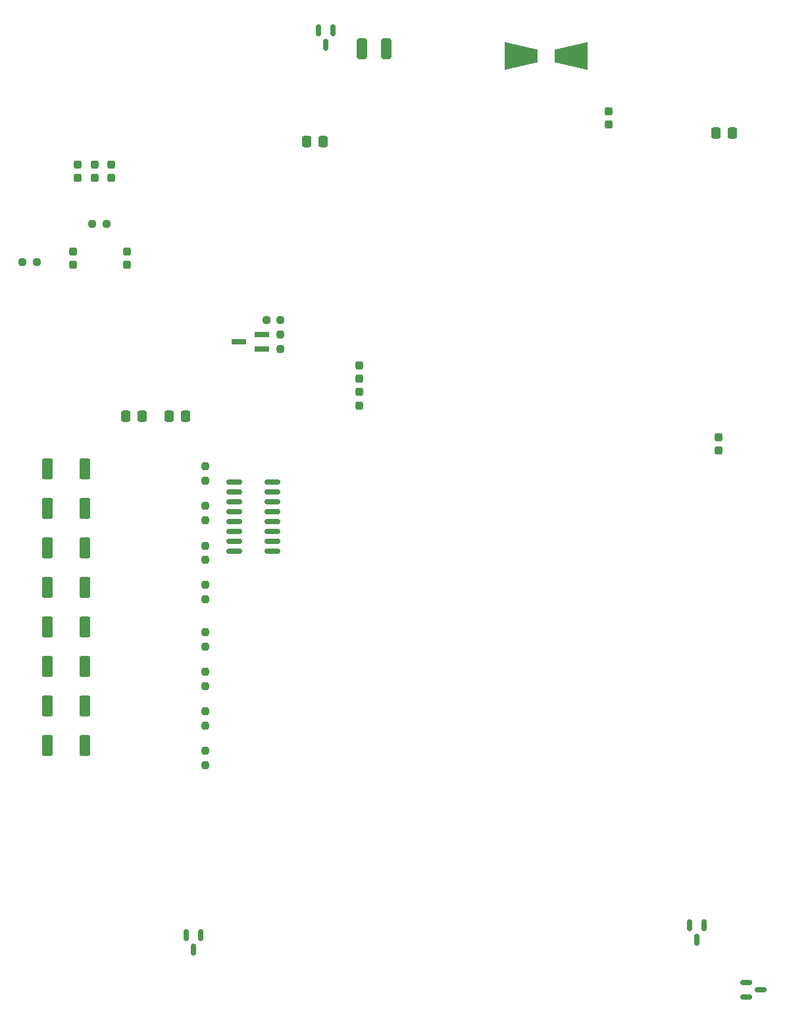
<source format=gbr>
%TF.GenerationSoftware,KiCad,Pcbnew,8.0.1*%
%TF.CreationDate,2024-04-11T20:56:08+03:00*%
%TF.ProjectId,stm32,73746d33-322e-46b6-9963-61645f706362,rev?*%
%TF.SameCoordinates,Original*%
%TF.FileFunction,Paste,Bot*%
%TF.FilePolarity,Positive*%
%FSLAX46Y46*%
G04 Gerber Fmt 4.6, Leading zero omitted, Abs format (unit mm)*
G04 Created by KiCad (PCBNEW 8.0.1) date 2024-04-11 20:56:08*
%MOMM*%
%LPD*%
G01*
G04 APERTURE LIST*
G04 Aperture macros list*
%AMRoundRect*
0 Rectangle with rounded corners*
0 $1 Rounding radius*
0 $2 $3 $4 $5 $6 $7 $8 $9 X,Y pos of 4 corners*
0 Add a 4 corners polygon primitive as box body*
4,1,4,$2,$3,$4,$5,$6,$7,$8,$9,$2,$3,0*
0 Add four circle primitives for the rounded corners*
1,1,$1+$1,$2,$3*
1,1,$1+$1,$4,$5*
1,1,$1+$1,$6,$7*
1,1,$1+$1,$8,$9*
0 Add four rect primitives between the rounded corners*
20,1,$1+$1,$2,$3,$4,$5,0*
20,1,$1+$1,$4,$5,$6,$7,0*
20,1,$1+$1,$6,$7,$8,$9,0*
20,1,$1+$1,$8,$9,$2,$3,0*%
%AMOutline4P*
0 Free polygon, 4 corners , with rotation*
0 The origin of the aperture is its center*
0 number of corners: always 4*
0 $1 to $8 corner X, Y*
0 $9 Rotation angle, in degrees counterclockwise*
0 create outline with 4 corners*
4,1,4,$1,$2,$3,$4,$5,$6,$7,$8,$1,$2,$9*%
G04 Aperture macros list end*
%ADD10RoundRect,0.237500X-0.237500X0.300000X-0.237500X-0.300000X0.237500X-0.300000X0.237500X0.300000X0*%
%ADD11RoundRect,0.237500X-0.237500X0.250000X-0.237500X-0.250000X0.237500X-0.250000X0.237500X0.250000X0*%
%ADD12RoundRect,0.237500X-0.250000X-0.237500X0.250000X-0.237500X0.250000X0.237500X-0.250000X0.237500X0*%
%ADD13RoundRect,0.250000X-0.400000X-1.075000X0.400000X-1.075000X0.400000X1.075000X-0.400000X1.075000X0*%
%ADD14RoundRect,0.237500X0.237500X-0.300000X0.237500X0.300000X-0.237500X0.300000X-0.237500X-0.300000X0*%
%ADD15RoundRect,0.250000X-0.337500X-0.475000X0.337500X-0.475000X0.337500X0.475000X-0.337500X0.475000X0*%
%ADD16RoundRect,0.249999X0.450001X1.075001X-0.450001X1.075001X-0.450001X-1.075001X0.450001X-1.075001X0*%
%ADD17RoundRect,0.150000X-0.150000X0.587500X-0.150000X-0.587500X0.150000X-0.587500X0.150000X0.587500X0*%
%ADD18R,1.900000X0.800000*%
%ADD19Outline4P,-2.150000X-1.800000X2.150000X-0.800000X2.150000X0.800000X-2.150000X1.800000X180.000000*%
%ADD20Outline4P,-2.150000X-1.800000X2.150000X-0.800000X2.150000X0.800000X-2.150000X1.800000X0.000000*%
%ADD21RoundRect,0.150000X-0.825000X-0.150000X0.825000X-0.150000X0.825000X0.150000X-0.825000X0.150000X0*%
%ADD22RoundRect,0.150000X-0.587500X-0.150000X0.587500X-0.150000X0.587500X0.150000X-0.587500X0.150000X0*%
%ADD23RoundRect,0.250000X0.337500X0.475000X-0.337500X0.475000X-0.337500X-0.475000X0.337500X-0.475000X0*%
G04 APERTURE END LIST*
D10*
%TO.C,C11*%
X93953500Y-39523500D03*
X93953500Y-41248500D03*
%TD*%
D11*
%TO.C,R6*%
X42037000Y-95378400D03*
X42037000Y-97203400D03*
%TD*%
D12*
%TO.C,R54*%
X18518500Y-58951500D03*
X20343500Y-58951500D03*
%TD*%
D13*
%TO.C,R23*%
X62204600Y-31521400D03*
X65304600Y-31521400D03*
%TD*%
D14*
%TO.C,C35*%
X25654000Y-48080000D03*
X25654000Y-46355000D03*
%TD*%
D15*
%TO.C,C20*%
X31834000Y-78740000D03*
X33909000Y-78740000D03*
%TD*%
D11*
%TO.C,R5*%
X42037000Y-90250000D03*
X42037000Y-92075000D03*
%TD*%
D16*
%TO.C,R13*%
X26543000Y-85503000D03*
X21743000Y-85503000D03*
%TD*%
D11*
%TO.C,R4*%
X42037000Y-85170000D03*
X42037000Y-86995000D03*
%TD*%
D16*
%TO.C,R18*%
X26543000Y-110871000D03*
X21743000Y-110871000D03*
%TD*%
D14*
%TO.C,C30*%
X29972000Y-48080000D03*
X29972000Y-46355000D03*
%TD*%
D16*
%TO.C,R14*%
X26543000Y-90551000D03*
X21743000Y-90551000D03*
%TD*%
%TO.C,R19*%
X26543000Y-115951000D03*
X21743000Y-115951000D03*
%TD*%
D17*
%TO.C,D15*%
X104358400Y-144175000D03*
X106258400Y-144175000D03*
X105308400Y-146050000D03*
%TD*%
D14*
%TO.C,C26*%
X108103500Y-83158500D03*
X108103500Y-81433500D03*
%TD*%
D11*
%TO.C,R10*%
X42037000Y-116666000D03*
X42037000Y-118491000D03*
%TD*%
%TO.C,R58*%
X51708600Y-68279000D03*
X51708600Y-70104000D03*
%TD*%
D10*
%TO.C,C3*%
X61849000Y-72189000D03*
X61849000Y-73914000D03*
%TD*%
D16*
%TO.C,R16*%
X26543000Y-100711000D03*
X21743000Y-100711000D03*
%TD*%
D18*
%TO.C,Q6*%
X49347800Y-68239600D03*
X49347800Y-70139600D03*
X46347800Y-69189600D03*
%TD*%
D16*
%TO.C,R15*%
X26543000Y-95631000D03*
X21743000Y-95631000D03*
%TD*%
D19*
%TO.C,D9*%
X89077000Y-32385000D03*
D20*
X82677000Y-32385000D03*
%TD*%
D21*
%TO.C,U5*%
X45750000Y-96120000D03*
X45750000Y-94850000D03*
X45750000Y-93580000D03*
X45750000Y-92310000D03*
X45750000Y-91040000D03*
X45750000Y-89770000D03*
X45750000Y-88500000D03*
X45750000Y-87230000D03*
X50700000Y-87230000D03*
X50700000Y-88500000D03*
X50700000Y-89770000D03*
X50700000Y-91040000D03*
X50700000Y-92310000D03*
X50700000Y-93580000D03*
X50700000Y-94850000D03*
X50700000Y-96120000D03*
%TD*%
D11*
%TO.C,R9*%
X42037000Y-111586000D03*
X42037000Y-113411000D03*
%TD*%
D14*
%TO.C,C33*%
X27813000Y-48080000D03*
X27813000Y-46355000D03*
%TD*%
D15*
%TO.C,C17*%
X37422000Y-78740000D03*
X39497000Y-78740000D03*
%TD*%
%TO.C,C9*%
X55096500Y-43455500D03*
X57171500Y-43455500D03*
%TD*%
D22*
%TO.C,D14*%
X111612200Y-153451600D03*
X111612200Y-151551600D03*
X113487200Y-152501600D03*
%TD*%
D16*
%TO.C,R20*%
X26543000Y-121031000D03*
X21743000Y-121031000D03*
%TD*%
D12*
%TO.C,R1*%
X27512000Y-53975000D03*
X29337000Y-53975000D03*
%TD*%
D23*
%TO.C,C23*%
X109855000Y-42291000D03*
X107780000Y-42291000D03*
%TD*%
D17*
%TO.C,D10*%
X56581000Y-29113000D03*
X58481000Y-29113000D03*
X57531000Y-30988000D03*
%TD*%
D10*
%TO.C,C39*%
X25019000Y-57557500D03*
X25019000Y-59282500D03*
%TD*%
D16*
%TO.C,R17*%
X26543000Y-105791000D03*
X21743000Y-105791000D03*
%TD*%
D12*
%TO.C,R57*%
X49883600Y-66344800D03*
X51708600Y-66344800D03*
%TD*%
D11*
%TO.C,R7*%
X42037000Y-100410000D03*
X42037000Y-102235000D03*
%TD*%
D17*
%TO.C,D17*%
X39575000Y-145475000D03*
X41475000Y-145475000D03*
X40525000Y-147350000D03*
%TD*%
D14*
%TO.C,C5*%
X61849000Y-77343000D03*
X61849000Y-75618000D03*
%TD*%
D11*
%TO.C,R11*%
X42037000Y-121746000D03*
X42037000Y-123571000D03*
%TD*%
D14*
%TO.C,C40*%
X32004000Y-59282500D03*
X32004000Y-57557500D03*
%TD*%
D11*
%TO.C,R8*%
X42037000Y-106506000D03*
X42037000Y-108331000D03*
%TD*%
M02*

</source>
